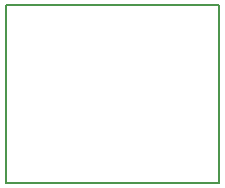
<source format=gko>
G04 #@! TF.FileFunction,Profile,NP*
%FSLAX46Y46*%
G04 Gerber Fmt 4.6, Leading zero omitted, Abs format (unit mm)*
G04 Created by KiCad (PCBNEW 0.201508170901+6097~28~ubuntu14.04.1-product) date So 05 Jun 2016 18:44:43 CEST*
%MOMM*%
G01*
G04 APERTURE LIST*
%ADD10C,0.100000*%
%ADD11C,0.150000*%
G04 APERTURE END LIST*
D10*
D11*
X0Y-15000000D02*
X0Y0D01*
X18000000Y-15000000D02*
X0Y-15000000D01*
X18000000Y0D02*
X18000000Y-15000000D01*
X0Y0D02*
X18000000Y0D01*
M02*

</source>
